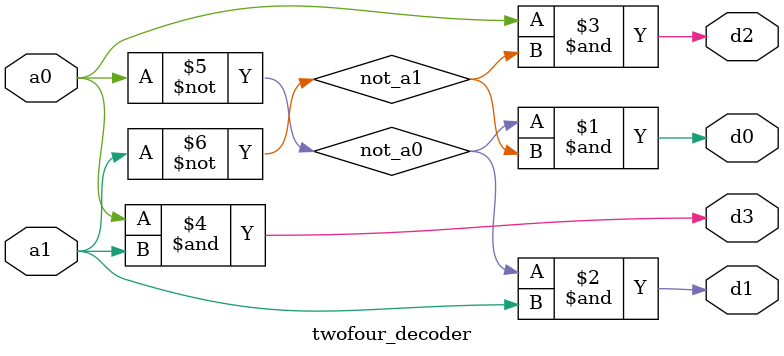
<source format=v>
`timescale 1ns / 1ps


module twofour_decoder(input a0,a1,output d0,d1,d2,d3);
not not_1(not_a0,a0);
not not_2(not_a1,a1);
and and_1(d0,not_a0,not_a1);
and and_2(d1,not_a0,a1);
and and_3(d2,a0,not_a1);
and and_4(d3,a0,a1);
endmodule

</source>
